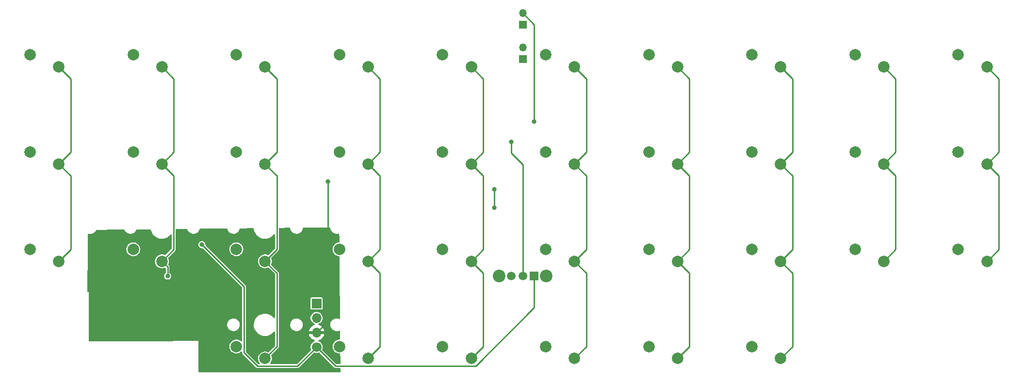
<source format=gbr>
%TF.GenerationSoftware,KiCad,Pcbnew,(6.0.4)*%
%TF.CreationDate,2022-04-26T18:03:51+09:00*%
%TF.ProjectId,hatchet36lp_pcb,68617463-6865-4743-9336-6c705f706362,rev?*%
%TF.SameCoordinates,Original*%
%TF.FileFunction,Copper,L1,Top*%
%TF.FilePolarity,Positive*%
%FSLAX46Y46*%
G04 Gerber Fmt 4.6, Leading zero omitted, Abs format (unit mm)*
G04 Created by KiCad (PCBNEW (6.0.4)) date 2022-04-26 18:03:51*
%MOMM*%
%LPD*%
G01*
G04 APERTURE LIST*
%TA.AperFunction,ComponentPad*%
%ADD10C,2.000000*%
%TD*%
%TA.AperFunction,ComponentPad*%
%ADD11R,1.350000X1.350000*%
%TD*%
%TA.AperFunction,ComponentPad*%
%ADD12O,1.350000X1.350000*%
%TD*%
%TA.AperFunction,ComponentPad*%
%ADD13R,1.700000X1.700000*%
%TD*%
%TA.AperFunction,ComponentPad*%
%ADD14O,1.700000X1.700000*%
%TD*%
%TA.AperFunction,ComponentPad*%
%ADD15C,1.700000*%
%TD*%
%TA.AperFunction,ComponentPad*%
%ADD16C,2.200000*%
%TD*%
%TA.AperFunction,ComponentPad*%
%ADD17R,1.500000X1.500000*%
%TD*%
%TA.AperFunction,ComponentPad*%
%ADD18C,1.500000*%
%TD*%
%TA.AperFunction,ViaPad*%
%ADD19C,0.800000*%
%TD*%
%TA.AperFunction,Conductor*%
%ADD20C,0.250000*%
%TD*%
G04 APERTURE END LIST*
D10*
%TO.P,SW26,1,1*%
%TO.N,/col5*%
X149000000Y-98400000D03*
%TO.P,SW26,2,2*%
%TO.N,Net-(D26-Pad2)*%
X144000000Y-96300000D03*
%TD*%
%TO.P,SW25,1,1*%
%TO.N,/col4*%
X131000000Y-98400000D03*
%TO.P,SW25,2,2*%
%TO.N,Net-(D25-Pad2)*%
X126000000Y-96300000D03*
%TD*%
%TO.P,SW14,1,1*%
%TO.N,/col3*%
X113000000Y-81400000D03*
%TO.P,SW14,2,2*%
%TO.N,Net-(D14-Pad2)*%
X108000000Y-79300000D03*
%TD*%
%TO.P,SW30,1,1*%
%TO.N,/col9*%
X221000000Y-98400000D03*
%TO.P,SW30,2,2*%
%TO.N,Net-(D30-Pad2)*%
X216000000Y-96300000D03*
%TD*%
%TO.P,SW11,1,1*%
%TO.N,/col0*%
X59000000Y-81400000D03*
%TO.P,SW11,2,2*%
%TO.N,Net-(D11-Pad2)*%
X54000000Y-79300000D03*
%TD*%
%TO.P,SW35,1,1*%
%TO.N,/col6*%
X167000000Y-115400000D03*
%TO.P,SW35,2,2*%
%TO.N,Net-(D35-Pad2)*%
X162000000Y-113300000D03*
%TD*%
%TO.P,SW36,1,1*%
%TO.N,/col7*%
X185000000Y-115400000D03*
%TO.P,SW36,2,2*%
%TO.N,Net-(D36-Pad2)*%
X180000000Y-113300000D03*
%TD*%
%TO.P,SW22,1,1*%
%TO.N,/col1*%
X77000000Y-98400000D03*
%TO.P,SW22,2,2*%
%TO.N,Net-(D22-Pad2)*%
X72000000Y-96300000D03*
%TD*%
%TO.P,SW2,1,1*%
%TO.N,/col1*%
X77000000Y-64400000D03*
%TO.P,SW2,2,2*%
%TO.N,Net-(D2-Pad2)*%
X72000000Y-62300000D03*
%TD*%
%TO.P,SW1,1,1*%
%TO.N,/col0*%
X59000000Y-64400000D03*
%TO.P,SW1,2,2*%
%TO.N,Net-(D1-Pad2)*%
X54000000Y-62300000D03*
%TD*%
%TO.P,SW7,1,1*%
%TO.N,/col6*%
X167000000Y-64400000D03*
%TO.P,SW7,2,2*%
%TO.N,Net-(D7-Pad2)*%
X162000000Y-62300000D03*
%TD*%
%TO.P,SW33,1,1*%
%TO.N,/col4*%
X131000000Y-115400000D03*
%TO.P,SW33,2,2*%
%TO.N,Net-(D33-Pad2)*%
X126000000Y-113300000D03*
%TD*%
%TO.P,SW32,1,1*%
%TO.N,/col3*%
X113000000Y-115400000D03*
%TO.P,SW32,2,2*%
%TO.N,Net-(D32-Pad2)*%
X108000000Y-113300000D03*
%TD*%
%TO.P,SW20,1,1*%
%TO.N,/col9*%
X221000000Y-81400000D03*
%TO.P,SW20,2,2*%
%TO.N,Net-(D20-Pad2)*%
X216000000Y-79300000D03*
%TD*%
%TO.P,SW27,1,1*%
%TO.N,/col6*%
X167000000Y-98400000D03*
%TO.P,SW27,2,2*%
%TO.N,Net-(D27-Pad2)*%
X162000000Y-96300000D03*
%TD*%
%TO.P,SW16,1,1*%
%TO.N,/col5*%
X149000000Y-81400000D03*
%TO.P,SW16,2,2*%
%TO.N,Net-(D16-Pad2)*%
X144000000Y-79300000D03*
%TD*%
%TO.P,SW19,1,1*%
%TO.N,/col8*%
X203000000Y-81400000D03*
%TO.P,SW19,2,2*%
%TO.N,Net-(D19-Pad2)*%
X198000000Y-79300000D03*
%TD*%
%TO.P,SW34,1,1*%
%TO.N,/col5*%
X149000000Y-115400000D03*
%TO.P,SW34,2,2*%
%TO.N,Net-(D34-Pad2)*%
X144000000Y-113300000D03*
%TD*%
%TO.P,SW3,1,1*%
%TO.N,/col2*%
X95000000Y-64400000D03*
%TO.P,SW3,2,2*%
%TO.N,Net-(D3-Pad2)*%
X90000000Y-62300000D03*
%TD*%
%TO.P,SW17,1,1*%
%TO.N,/col6*%
X167000000Y-81400000D03*
%TO.P,SW17,2,2*%
%TO.N,Net-(D17-Pad2)*%
X162000000Y-79300000D03*
%TD*%
%TO.P,SW15,1,1*%
%TO.N,/col4*%
X131000000Y-81400000D03*
%TO.P,SW15,2,2*%
%TO.N,Net-(D15-Pad2)*%
X126000000Y-79300000D03*
%TD*%
%TO.P,SW29,1,1*%
%TO.N,/col8*%
X203000000Y-98400000D03*
%TO.P,SW29,2,2*%
%TO.N,Net-(D29-Pad2)*%
X198000000Y-96300000D03*
%TD*%
%TO.P,SW6,1,1*%
%TO.N,/col5*%
X149000000Y-64400000D03*
%TO.P,SW6,2,2*%
%TO.N,Net-(D6-Pad2)*%
X144000000Y-62300000D03*
%TD*%
%TO.P,SW23,1,1*%
%TO.N,/col2*%
X95000000Y-98400000D03*
%TO.P,SW23,2,2*%
%TO.N,Net-(D23-Pad2)*%
X90000000Y-96300000D03*
%TD*%
%TO.P,SW13,1,1*%
%TO.N,/col2*%
X95000000Y-81400000D03*
%TO.P,SW13,2,2*%
%TO.N,Net-(D13-Pad2)*%
X90000000Y-79300000D03*
%TD*%
%TO.P,SW28,1,1*%
%TO.N,/col7*%
X185000000Y-98400000D03*
%TO.P,SW28,2,2*%
%TO.N,Net-(D28-Pad2)*%
X180000000Y-96300000D03*
%TD*%
%TO.P,SW24,1,1*%
%TO.N,/col3*%
X113000000Y-98400000D03*
%TO.P,SW24,2,2*%
%TO.N,Net-(D24-Pad2)*%
X108000000Y-96300000D03*
%TD*%
%TO.P,SW18,1,1*%
%TO.N,/col7*%
X185000000Y-81400000D03*
%TO.P,SW18,2,2*%
%TO.N,Net-(D18-Pad2)*%
X180000000Y-79300000D03*
%TD*%
%TO.P,SW4,1,1*%
%TO.N,/col3*%
X113000000Y-64400000D03*
%TO.P,SW4,2,2*%
%TO.N,Net-(D4-Pad2)*%
X108000000Y-62300000D03*
%TD*%
%TO.P,SW12,1,1*%
%TO.N,/col1*%
X77000000Y-81400000D03*
%TO.P,SW12,2,2*%
%TO.N,Net-(D12-Pad2)*%
X72000000Y-79300000D03*
%TD*%
%TO.P,SW5,1,1*%
%TO.N,/col4*%
X131000000Y-64400000D03*
%TO.P,SW5,2,2*%
%TO.N,Net-(D5-Pad2)*%
X126000000Y-62300000D03*
%TD*%
%TO.P,SW9,1,1*%
%TO.N,/col8*%
X203000000Y-64400000D03*
%TO.P,SW9,2,2*%
%TO.N,Net-(D9-Pad2)*%
X198000000Y-62300000D03*
%TD*%
%TO.P,SW8,1,1*%
%TO.N,/col7*%
X185000000Y-64400000D03*
%TO.P,SW8,2,2*%
%TO.N,Net-(D8-Pad2)*%
X180000000Y-62300000D03*
%TD*%
%TO.P,SW21,1,1*%
%TO.N,/col0*%
X59000000Y-98400000D03*
%TO.P,SW21,2,2*%
%TO.N,Net-(D21-Pad2)*%
X54000000Y-96300000D03*
%TD*%
%TO.P,SW31,1,1*%
%TO.N,/col2*%
X95000000Y-115400000D03*
%TO.P,SW31,2,2*%
%TO.N,Net-(D31-Pad2)*%
X90000000Y-113300000D03*
%TD*%
%TO.P,SW10,1,1*%
%TO.N,/col9*%
X221000000Y-64400000D03*
%TO.P,SW10,2,2*%
%TO.N,Net-(D10-Pad2)*%
X216000000Y-62300000D03*
%TD*%
D11*
%TO.P,J1,1,Pin_1*%
%TO.N,Net-(D37-Pad2)*%
X140000000Y-63000000D03*
D12*
%TO.P,J1,2,Pin_2*%
%TO.N,Net-(J1-Pad2)*%
X140000000Y-61000000D03*
%TD*%
D11*
%TO.P,J2,1,Pin_1*%
%TO.N,Net-(J1-Pad2)*%
X140000000Y-57000000D03*
D12*
%TO.P,J2,2,Pin_2*%
%TO.N,GND*%
X140000000Y-55000000D03*
%TD*%
D13*
%TO.P,J3,1,Pin_1*%
%TO.N,/SWDCLK*%
X104000000Y-105780000D03*
D14*
%TO.P,J3,2,Pin_2*%
%TO.N,/SWDIO*%
X104000000Y-108320000D03*
%TO.P,J3,3,Pin_3*%
%TO.N,GND*%
X104000000Y-110860000D03*
D15*
%TO.P,J3,4,Pin_4*%
%TO.N,VDD*%
X104000000Y-113400000D03*
%TD*%
D16*
%TO.P,SW38,*%
%TO.N,*%
X144100000Y-101002500D03*
X135900000Y-101002500D03*
D17*
%TO.P,SW38,1,A*%
%TO.N,VDD*%
X142000000Y-101002500D03*
D18*
%TO.P,SW38,2,B*%
%TO.N,Net-(C2-Pad1)*%
X140000000Y-101002500D03*
%TO.P,SW38,3,C*%
%TO.N,unconnected-(SW38-Pad3)*%
X138000000Y-101002500D03*
%TD*%
D19*
%TO.N,GND*%
X69800000Y-111100000D03*
X85937212Y-114662788D03*
X106000000Y-84500000D03*
X79900000Y-94600000D03*
X85000000Y-101800000D03*
X69800000Y-100700000D03*
X142000000Y-74000000D03*
%TO.N,VDD*%
X84000000Y-95500000D03*
%TO.N,Net-(C2-Pad1)*%
X138000000Y-77500000D03*
%TO.N,/col1*%
X78000000Y-101000000D03*
%TO.N,Net-(SW37-Pad2)*%
X135000000Y-85850989D03*
X135000000Y-89000000D03*
%TD*%
D20*
%TO.N,GND*%
X106000000Y-84500000D02*
X106000000Y-108860000D01*
X85000000Y-99700000D02*
X85000000Y-101800000D01*
X142000000Y-57000000D02*
X142000000Y-74000000D01*
X140000000Y-55000000D02*
X142000000Y-57000000D01*
X85000000Y-101800000D02*
X85937212Y-102737212D01*
X79900000Y-94600000D02*
X85000000Y-99700000D01*
X69800000Y-100700000D02*
X69800000Y-111100000D01*
X85937212Y-102737212D02*
X85937212Y-114662788D01*
X106000000Y-108860000D02*
X104000000Y-110860000D01*
%TO.N,VDD*%
X131775489Y-116724511D02*
X142000000Y-106500000D01*
X93724512Y-116724511D02*
X100675489Y-116724511D01*
X100675489Y-116724511D02*
X104000000Y-113400000D01*
X104000000Y-113400000D02*
X107324511Y-116724511D01*
X142000000Y-106500000D02*
X142000000Y-101002500D01*
X91324511Y-102824511D02*
X91324511Y-114324510D01*
X107324511Y-116724511D02*
X131775489Y-116724511D01*
X84000000Y-95500000D02*
X91324511Y-102824511D01*
X91324511Y-114324510D02*
X93724512Y-116724511D01*
%TO.N,Net-(C2-Pad1)*%
X140000000Y-81500000D02*
X138000000Y-79500000D01*
X138000000Y-77500000D02*
X138000000Y-79500000D01*
X140000000Y-101002500D02*
X140000000Y-81500000D01*
%TO.N,/col0*%
X61074521Y-66474521D02*
X61074521Y-79325479D01*
X59000000Y-64400000D02*
X61074521Y-66474521D01*
X61074521Y-96325479D02*
X59000000Y-98400000D01*
X61074521Y-83474521D02*
X61074521Y-96325479D01*
X59000000Y-81400000D02*
X61074521Y-83474521D01*
X61074521Y-79325479D02*
X59000000Y-81400000D01*
%TO.N,/col1*%
X79074521Y-83474521D02*
X79074521Y-96325479D01*
X77000000Y-64400000D02*
X79074521Y-66474521D01*
X79074521Y-79325479D02*
X77000000Y-81400000D01*
X79074521Y-66474521D02*
X79074521Y-79325479D01*
X78000000Y-99400000D02*
X77000000Y-98400000D01*
X77000000Y-81400000D02*
X79074521Y-83474521D01*
X79074521Y-96325479D02*
X77000000Y-98400000D01*
X78000000Y-101000000D02*
X78000000Y-99400000D01*
%TO.N,/col2*%
X97074521Y-96325479D02*
X95000000Y-98400000D01*
X95000000Y-98400000D02*
X97074521Y-100474521D01*
X97074521Y-83474521D02*
X97074521Y-96325479D01*
X97074521Y-79325479D02*
X95000000Y-81400000D01*
X95000000Y-64400000D02*
X97074521Y-66474521D01*
X97074521Y-66474521D02*
X97074521Y-79325479D01*
X97074521Y-100474521D02*
X97074521Y-113325479D01*
X95000000Y-81400000D02*
X97074521Y-83474521D01*
X97074521Y-113325479D02*
X95000000Y-115400000D01*
%TO.N,/col3*%
X115074521Y-100474521D02*
X115074521Y-113325479D01*
X115074521Y-79325479D02*
X113000000Y-81400000D01*
X115074521Y-96325479D02*
X113000000Y-98400000D01*
X115074521Y-83474521D02*
X115074521Y-96325479D01*
X113000000Y-64400000D02*
X115074521Y-66474521D01*
X113000000Y-98400000D02*
X115074521Y-100474521D01*
X113000000Y-81400000D02*
X115074521Y-83474521D01*
X115074521Y-113325479D02*
X113000000Y-115400000D01*
X115074521Y-66474521D02*
X115074521Y-79325479D01*
%TO.N,/col4*%
X133074521Y-83474521D02*
X133074521Y-96325479D01*
X133074521Y-100474521D02*
X133074521Y-113325479D01*
X133074521Y-79325479D02*
X131000000Y-81400000D01*
X133074521Y-96325479D02*
X131000000Y-98400000D01*
X133074521Y-113325479D02*
X131000000Y-115400000D01*
X131000000Y-64400000D02*
X133074521Y-66474521D01*
X131000000Y-81400000D02*
X133074521Y-83474521D01*
X131000000Y-98400000D02*
X133074521Y-100474521D01*
X133074521Y-66474521D02*
X133074521Y-79325479D01*
%TO.N,/col5*%
X151074521Y-113325479D02*
X149000000Y-115400000D01*
X151074521Y-96325479D02*
X149000000Y-98400000D01*
X151074521Y-100474521D02*
X151074521Y-113325479D01*
X149000000Y-64400000D02*
X151074521Y-66474521D01*
X151074521Y-83474521D02*
X151074521Y-96325479D01*
X151074521Y-79325479D02*
X149000000Y-81400000D01*
X151074521Y-66474521D02*
X151074521Y-79325479D01*
X149000000Y-81400000D02*
X151074521Y-83474521D01*
X149000000Y-98400000D02*
X151074521Y-100474521D01*
%TO.N,/col6*%
X169074521Y-83474521D02*
X169074521Y-96325479D01*
X169074521Y-113325479D02*
X167000000Y-115400000D01*
X169074521Y-100474521D02*
X169074521Y-113325479D01*
X169074521Y-66474521D02*
X169074521Y-79325479D01*
X167000000Y-81400000D02*
X169074521Y-83474521D01*
X167000000Y-98400000D02*
X169074521Y-100474521D01*
X169074521Y-79325479D02*
X167000000Y-81400000D01*
X169074521Y-96325479D02*
X167000000Y-98400000D01*
X167000000Y-64400000D02*
X169074521Y-66474521D01*
%TO.N,/col7*%
X187074521Y-83474521D02*
X187074521Y-96325479D01*
X185000000Y-98400000D02*
X187074521Y-100474521D01*
X187074521Y-79325479D02*
X185000000Y-81400000D01*
X185000000Y-64400000D02*
X187074521Y-66474521D01*
X187074521Y-96325479D02*
X185000000Y-98400000D01*
X187074521Y-113325479D02*
X185000000Y-115400000D01*
X187074521Y-66474521D02*
X187074521Y-79325479D01*
X185000000Y-81400000D02*
X187074521Y-83474521D01*
X187074521Y-100474521D02*
X187074521Y-113325479D01*
%TO.N,/col8*%
X205074521Y-79325479D02*
X203000000Y-81400000D01*
X205074521Y-96325479D02*
X203000000Y-98400000D01*
X205074521Y-83474521D02*
X205074521Y-96325479D01*
X205074521Y-66474521D02*
X205074521Y-79325479D01*
X203000000Y-64400000D02*
X205074521Y-66474521D01*
X203000000Y-81400000D02*
X205074521Y-83474521D01*
%TO.N,/col9*%
X223074521Y-79325479D02*
X221000000Y-81400000D01*
X221000000Y-81400000D02*
X223074521Y-83474521D01*
X221000000Y-64400000D02*
X223074521Y-66474521D01*
X223074521Y-66474521D02*
X223074521Y-79325479D01*
X223074521Y-96325479D02*
X221000000Y-98400000D01*
X223074521Y-83474521D02*
X223074521Y-96325479D01*
%TO.N,Net-(SW37-Pad2)*%
X135000000Y-89000000D02*
X135000000Y-85850989D01*
%TD*%
%TA.AperFunction,Conductor*%
%TO.N,GND*%
G36*
X93000578Y-92635978D02*
G01*
X93047653Y-92689125D01*
X93059425Y-92735785D01*
X93059692Y-92740631D01*
X93059693Y-92740642D01*
X93059938Y-92745087D01*
X93113825Y-93015999D01*
X93205347Y-93276616D01*
X93332678Y-93521737D01*
X93335261Y-93525352D01*
X93335265Y-93525358D01*
X93444166Y-93677750D01*
X93493275Y-93746471D01*
X93683936Y-93946335D01*
X93687431Y-93949091D01*
X93687433Y-93949092D01*
X93735469Y-93986960D01*
X93900856Y-94117341D01*
X93962559Y-94153181D01*
X94135853Y-94253839D01*
X94135859Y-94253842D01*
X94139707Y-94256077D01*
X94395723Y-94359774D01*
X94400036Y-94360845D01*
X94400041Y-94360847D01*
X94659475Y-94425291D01*
X94659480Y-94425292D01*
X94663796Y-94426364D01*
X94668224Y-94426818D01*
X94668226Y-94426818D01*
X94743339Y-94434514D01*
X94899370Y-94450500D01*
X95070362Y-94450500D01*
X95275530Y-94435973D01*
X95279885Y-94435035D01*
X95279888Y-94435035D01*
X95541215Y-94378773D01*
X95541217Y-94378773D01*
X95545562Y-94377837D01*
X95804709Y-94282233D01*
X95853185Y-94256077D01*
X96043884Y-94153181D01*
X96047800Y-94151068D01*
X96269984Y-93986960D01*
X96466829Y-93793183D01*
X96522858Y-93719767D01*
X96580086Y-93677750D01*
X96650946Y-93673342D01*
X96712939Y-93707944D01*
X96746385Y-93770569D01*
X96749021Y-93796209D01*
X96749021Y-96138463D01*
X96729019Y-96206584D01*
X96712116Y-96227558D01*
X95653620Y-97286054D01*
X95591308Y-97320080D01*
X95517836Y-97313989D01*
X95342421Y-97244006D01*
X95336761Y-97242880D01*
X95336757Y-97242879D01*
X95131691Y-97202089D01*
X95131688Y-97202089D01*
X95126024Y-97200962D01*
X95120249Y-97200886D01*
X95120245Y-97200886D01*
X95009504Y-97199437D01*
X94905406Y-97198074D01*
X94899709Y-97199053D01*
X94899708Y-97199053D01*
X94693654Y-97234459D01*
X94693653Y-97234459D01*
X94687957Y-97235438D01*
X94480957Y-97311804D01*
X94291341Y-97424614D01*
X94125457Y-97570090D01*
X93988863Y-97743360D01*
X93886131Y-97938620D01*
X93820703Y-98149333D01*
X93794770Y-98368440D01*
X93809200Y-98588604D01*
X93810621Y-98594200D01*
X93810622Y-98594205D01*
X93862090Y-98796857D01*
X93863511Y-98802452D01*
X93865928Y-98807694D01*
X93865928Y-98807695D01*
X93904046Y-98890379D01*
X93955883Y-99002821D01*
X94083222Y-99183002D01*
X94241264Y-99336961D01*
X94246060Y-99340166D01*
X94246063Y-99340168D01*
X94365107Y-99419710D01*
X94424717Y-99459540D01*
X94430020Y-99461818D01*
X94430023Y-99461820D01*
X94553226Y-99514752D01*
X94627436Y-99546635D01*
X94707088Y-99564658D01*
X94836995Y-99594054D01*
X94837001Y-99594055D01*
X94842632Y-99595329D01*
X94848403Y-99595556D01*
X94848405Y-99595556D01*
X94916211Y-99598220D01*
X95063098Y-99603991D01*
X95172275Y-99588161D01*
X95275738Y-99573160D01*
X95275743Y-99573159D01*
X95281452Y-99572331D01*
X95286916Y-99570476D01*
X95286921Y-99570475D01*
X95484907Y-99503268D01*
X95484912Y-99503266D01*
X95490379Y-99501410D01*
X95503765Y-99493913D01*
X95572970Y-99478079D01*
X95639753Y-99502174D01*
X95654426Y-99514752D01*
X96712116Y-100572442D01*
X96746142Y-100634754D01*
X96749021Y-100661537D01*
X96749021Y-108199556D01*
X96729019Y-108267677D01*
X96675363Y-108314170D01*
X96605089Y-108324274D01*
X96540509Y-108294780D01*
X96520506Y-108272813D01*
X96509318Y-108257156D01*
X96509310Y-108257146D01*
X96506725Y-108253529D01*
X96360773Y-108100532D01*
X96319136Y-108056885D01*
X96319134Y-108056883D01*
X96316064Y-108053665D01*
X96312567Y-108050908D01*
X96102639Y-107885414D01*
X96102637Y-107885413D01*
X96099144Y-107882659D01*
X95986609Y-107817294D01*
X95864147Y-107746161D01*
X95864141Y-107746158D01*
X95860293Y-107743923D01*
X95604277Y-107640226D01*
X95599964Y-107639155D01*
X95599959Y-107639153D01*
X95340525Y-107574709D01*
X95340520Y-107574708D01*
X95336204Y-107573636D01*
X95331776Y-107573182D01*
X95331774Y-107573182D01*
X95251573Y-107564965D01*
X95100630Y-107549500D01*
X94929638Y-107549500D01*
X94724470Y-107564027D01*
X94720115Y-107564965D01*
X94720112Y-107564965D01*
X94458785Y-107621227D01*
X94458783Y-107621227D01*
X94454438Y-107622163D01*
X94195291Y-107717767D01*
X94191373Y-107719881D01*
X94142668Y-107746161D01*
X93952200Y-107848932D01*
X93730016Y-108013040D01*
X93533171Y-108206817D01*
X93365594Y-108426396D01*
X93363416Y-108430285D01*
X93286875Y-108566959D01*
X93230627Y-108667396D01*
X93229023Y-108671541D01*
X93229022Y-108671544D01*
X93173798Y-108814290D01*
X93130964Y-108925009D01*
X93129961Y-108929334D01*
X93129960Y-108929339D01*
X93105561Y-109034603D01*
X93068593Y-109194095D01*
X93044759Y-109469285D01*
X93045003Y-109473720D01*
X93045003Y-109473724D01*
X93059010Y-109728222D01*
X93059938Y-109745087D01*
X93113825Y-110015999D01*
X93205347Y-110276616D01*
X93332678Y-110521737D01*
X93335261Y-110525352D01*
X93335265Y-110525358D01*
X93441016Y-110673342D01*
X93493275Y-110746471D01*
X93683936Y-110946335D01*
X93687431Y-110949091D01*
X93687433Y-110949092D01*
X93735469Y-110986960D01*
X93900856Y-111117341D01*
X93962559Y-111153181D01*
X94135853Y-111253839D01*
X94135859Y-111253842D01*
X94139707Y-111256077D01*
X94208088Y-111283774D01*
X94388065Y-111356672D01*
X94395723Y-111359774D01*
X94400036Y-111360845D01*
X94400041Y-111360847D01*
X94659475Y-111425291D01*
X94659480Y-111425292D01*
X94663796Y-111426364D01*
X94668224Y-111426818D01*
X94668226Y-111426818D01*
X94743339Y-111434514D01*
X94899370Y-111450500D01*
X95070362Y-111450500D01*
X95275530Y-111435973D01*
X95279885Y-111435035D01*
X95279888Y-111435035D01*
X95541215Y-111378773D01*
X95541217Y-111378773D01*
X95545562Y-111377837D01*
X95804709Y-111282233D01*
X95853185Y-111256077D01*
X96043884Y-111153181D01*
X96047800Y-111151068D01*
X96269984Y-110986960D01*
X96466829Y-110793183D01*
X96522858Y-110719767D01*
X96580086Y-110677750D01*
X96650946Y-110673342D01*
X96712939Y-110707944D01*
X96746385Y-110770569D01*
X96749021Y-110796209D01*
X96749021Y-113138463D01*
X96729019Y-113206584D01*
X96712116Y-113227558D01*
X95653620Y-114286054D01*
X95591308Y-114320080D01*
X95517836Y-114313989D01*
X95342421Y-114244006D01*
X95336761Y-114242880D01*
X95336757Y-114242879D01*
X95131691Y-114202089D01*
X95131688Y-114202089D01*
X95126024Y-114200962D01*
X95120249Y-114200886D01*
X95120245Y-114200886D01*
X95009504Y-114199437D01*
X94905406Y-114198074D01*
X94899709Y-114199053D01*
X94899708Y-114199053D01*
X94693654Y-114234459D01*
X94693653Y-114234459D01*
X94687957Y-114235438D01*
X94480957Y-114311804D01*
X94475996Y-114314756D01*
X94475995Y-114314756D01*
X94330690Y-114401204D01*
X94291341Y-114424614D01*
X94125457Y-114570090D01*
X93988863Y-114743360D01*
X93886131Y-114938620D01*
X93820703Y-115149333D01*
X93794770Y-115368440D01*
X93809200Y-115588604D01*
X93810621Y-115594200D01*
X93810622Y-115594205D01*
X93862090Y-115796857D01*
X93863511Y-115802452D01*
X93865928Y-115807694D01*
X93865928Y-115807695D01*
X93904046Y-115890379D01*
X93955883Y-116002821D01*
X94083222Y-116183002D01*
X94087363Y-116187036D01*
X94090903Y-116191181D01*
X94119933Y-116255971D01*
X94109328Y-116326171D01*
X94062452Y-116379493D01*
X93995091Y-116399011D01*
X93911528Y-116399011D01*
X93843407Y-116379009D01*
X93822433Y-116362106D01*
X91686916Y-114226589D01*
X91652890Y-114164277D01*
X91650011Y-114137494D01*
X91650011Y-102844221D01*
X91650491Y-102833239D01*
X91652814Y-102806691D01*
X91652814Y-102806689D01*
X91653775Y-102795704D01*
X91644019Y-102759296D01*
X91641641Y-102748569D01*
X91641049Y-102745210D01*
X91635099Y-102711466D01*
X91629588Y-102701921D01*
X91628396Y-102698645D01*
X91626919Y-102695477D01*
X91624065Y-102684827D01*
X91602456Y-102653967D01*
X91596550Y-102644696D01*
X91583218Y-102621605D01*
X91577705Y-102612056D01*
X91548828Y-102587826D01*
X91540726Y-102580400D01*
X85228766Y-96268440D01*
X88794770Y-96268440D01*
X88809200Y-96488604D01*
X88810621Y-96494200D01*
X88810622Y-96494205D01*
X88862090Y-96696857D01*
X88863511Y-96702452D01*
X88865928Y-96707694D01*
X88865928Y-96707695D01*
X88904046Y-96790379D01*
X88955883Y-96902821D01*
X89083222Y-97083002D01*
X89241264Y-97236961D01*
X89246060Y-97240166D01*
X89246063Y-97240168D01*
X89353275Y-97311804D01*
X89424717Y-97359540D01*
X89430020Y-97361818D01*
X89430023Y-97361820D01*
X89622129Y-97444355D01*
X89627436Y-97446635D01*
X89707088Y-97464658D01*
X89836995Y-97494054D01*
X89837001Y-97494055D01*
X89842632Y-97495329D01*
X89848403Y-97495556D01*
X89848405Y-97495556D01*
X89916211Y-97498220D01*
X90063098Y-97503991D01*
X90172275Y-97488161D01*
X90275738Y-97473160D01*
X90275743Y-97473159D01*
X90281452Y-97472331D01*
X90286916Y-97470476D01*
X90286921Y-97470475D01*
X90484907Y-97403268D01*
X90484912Y-97403266D01*
X90490379Y-97401410D01*
X90682884Y-97293602D01*
X90691960Y-97286054D01*
X90848086Y-97156204D01*
X90852518Y-97152518D01*
X90993602Y-96982884D01*
X91101410Y-96790379D01*
X91103266Y-96784912D01*
X91103268Y-96784907D01*
X91170475Y-96586921D01*
X91170476Y-96586916D01*
X91172331Y-96581452D01*
X91173159Y-96575743D01*
X91173160Y-96575738D01*
X91203458Y-96366772D01*
X91203991Y-96363098D01*
X91205643Y-96300000D01*
X91185454Y-96080289D01*
X91170622Y-96027696D01*
X91127134Y-95873500D01*
X91125565Y-95867936D01*
X91027980Y-95670053D01*
X90996911Y-95628446D01*
X90899420Y-95497891D01*
X90899420Y-95497890D01*
X90895967Y-95493267D01*
X90798586Y-95403249D01*
X90738189Y-95347418D01*
X90738186Y-95347416D01*
X90733949Y-95343499D01*
X90547350Y-95225764D01*
X90342421Y-95144006D01*
X90336761Y-95142880D01*
X90336757Y-95142879D01*
X90131691Y-95102089D01*
X90131688Y-95102089D01*
X90126024Y-95100962D01*
X90120249Y-95100886D01*
X90120245Y-95100886D01*
X90009504Y-95099437D01*
X89905406Y-95098074D01*
X89899709Y-95099053D01*
X89899708Y-95099053D01*
X89693654Y-95134459D01*
X89693653Y-95134459D01*
X89687957Y-95135438D01*
X89480957Y-95211804D01*
X89291341Y-95324614D01*
X89125457Y-95470090D01*
X88988863Y-95643360D01*
X88886131Y-95838620D01*
X88820703Y-96049333D01*
X88794770Y-96268440D01*
X85228766Y-96268440D01*
X84632709Y-95672383D01*
X84598683Y-95610071D01*
X84596882Y-95566842D01*
X84604604Y-95508188D01*
X84605682Y-95500000D01*
X84585044Y-95343238D01*
X84524536Y-95197159D01*
X84428282Y-95071718D01*
X84302841Y-94975464D01*
X84156762Y-94914956D01*
X84000000Y-94894318D01*
X83843238Y-94914956D01*
X83697159Y-94975464D01*
X83571718Y-95071718D01*
X83475464Y-95197159D01*
X83414956Y-95343238D01*
X83394318Y-95500000D01*
X83414956Y-95656762D01*
X83475464Y-95802841D01*
X83571718Y-95928282D01*
X83697159Y-96024536D01*
X83843238Y-96085044D01*
X84000000Y-96105682D01*
X84066843Y-96096882D01*
X84136990Y-96107821D01*
X84172383Y-96132709D01*
X90962106Y-102922432D01*
X90996132Y-102984744D01*
X90999011Y-103011527D01*
X90999011Y-112300459D01*
X90979009Y-112368580D01*
X90925353Y-112415073D01*
X90855079Y-112425177D01*
X90787482Y-112392984D01*
X90738189Y-112347418D01*
X90738186Y-112347416D01*
X90733949Y-112343499D01*
X90547350Y-112225764D01*
X90342421Y-112144006D01*
X90336761Y-112142880D01*
X90336757Y-112142879D01*
X90131691Y-112102089D01*
X90131688Y-112102089D01*
X90126024Y-112100962D01*
X90120249Y-112100886D01*
X90120245Y-112100886D01*
X90009504Y-112099437D01*
X89905406Y-112098074D01*
X89899709Y-112099053D01*
X89899708Y-112099053D01*
X89693654Y-112134459D01*
X89693653Y-112134459D01*
X89687957Y-112135438D01*
X89480957Y-112211804D01*
X89475996Y-112214756D01*
X89475995Y-112214756D01*
X89316228Y-112309808D01*
X89291341Y-112324614D01*
X89125457Y-112470090D01*
X88988863Y-112643360D01*
X88886131Y-112838620D01*
X88820703Y-113049333D01*
X88794770Y-113268440D01*
X88809200Y-113488604D01*
X88810621Y-113494200D01*
X88810622Y-113494205D01*
X88833532Y-113584411D01*
X88863511Y-113702452D01*
X88955883Y-113902821D01*
X89083222Y-114083002D01*
X89241264Y-114236961D01*
X89246060Y-114240166D01*
X89246063Y-114240168D01*
X89351018Y-114310296D01*
X89424717Y-114359540D01*
X89430020Y-114361818D01*
X89430023Y-114361820D01*
X89622129Y-114444355D01*
X89627436Y-114446635D01*
X89705035Y-114464194D01*
X89836995Y-114494054D01*
X89837001Y-114494055D01*
X89842632Y-114495329D01*
X89848403Y-114495556D01*
X89848405Y-114495556D01*
X89916211Y-114498220D01*
X90063098Y-114503991D01*
X90172275Y-114488161D01*
X90275738Y-114473160D01*
X90275743Y-114473159D01*
X90281452Y-114472331D01*
X90286916Y-114470476D01*
X90286921Y-114470475D01*
X90484907Y-114403268D01*
X90484912Y-114403266D01*
X90490379Y-114401410D01*
X90501763Y-114395035D01*
X90606361Y-114336457D01*
X90682884Y-114293602D01*
X90691960Y-114286054D01*
X90792441Y-114202484D01*
X90857606Y-114174303D01*
X90927661Y-114185827D01*
X90980365Y-114233395D01*
X90999011Y-114299358D01*
X90999011Y-114304800D01*
X90998531Y-114315782D01*
X90995247Y-114353317D01*
X91005002Y-114389720D01*
X91007381Y-114400452D01*
X91013923Y-114437555D01*
X91019434Y-114447100D01*
X91020626Y-114450376D01*
X91022103Y-114453544D01*
X91024957Y-114464194D01*
X91031281Y-114473225D01*
X91046566Y-114495054D01*
X91052472Y-114504325D01*
X91064275Y-114524767D01*
X91071317Y-114536965D01*
X91079762Y-114544051D01*
X91100193Y-114561195D01*
X91108296Y-114568621D01*
X93480401Y-116940726D01*
X93487827Y-116948829D01*
X93512057Y-116977705D01*
X93521606Y-116983218D01*
X93544697Y-116996550D01*
X93553968Y-117002456D01*
X93584828Y-117024065D01*
X93595478Y-117026919D01*
X93598646Y-117028396D01*
X93601922Y-117029588D01*
X93611467Y-117035099D01*
X93645211Y-117041049D01*
X93648570Y-117041641D01*
X93659297Y-117044019D01*
X93695705Y-117053775D01*
X93706690Y-117052814D01*
X93706692Y-117052814D01*
X93733240Y-117050491D01*
X93744222Y-117050011D01*
X100655779Y-117050011D01*
X100666761Y-117050491D01*
X100693309Y-117052814D01*
X100693311Y-117052814D01*
X100704296Y-117053775D01*
X100740704Y-117044019D01*
X100751431Y-117041641D01*
X100754790Y-117041049D01*
X100788534Y-117035099D01*
X100798079Y-117029588D01*
X100801355Y-117028396D01*
X100804523Y-117026919D01*
X100815173Y-117024065D01*
X100846033Y-117002456D01*
X100855304Y-116996550D01*
X100878395Y-116983218D01*
X100887944Y-116977705D01*
X100912174Y-116948828D01*
X100919600Y-116940726D01*
X103459122Y-114401204D01*
X103521434Y-114367178D01*
X103587151Y-114370466D01*
X103773329Y-114430959D01*
X103977894Y-114455351D01*
X103984029Y-114454879D01*
X103984031Y-114454879D01*
X104042550Y-114450376D01*
X104183300Y-114439546D01*
X104189230Y-114437890D01*
X104189232Y-114437890D01*
X104354841Y-114391651D01*
X104381725Y-114384145D01*
X104387221Y-114381369D01*
X104394722Y-114377580D01*
X104464544Y-114364721D01*
X104530235Y-114391651D01*
X104540626Y-114400952D01*
X107080400Y-116940726D01*
X107087826Y-116948829D01*
X107112056Y-116977705D01*
X107121605Y-116983218D01*
X107144696Y-116996550D01*
X107153967Y-117002456D01*
X107184827Y-117024065D01*
X107195477Y-117026919D01*
X107198645Y-117028396D01*
X107201921Y-117029588D01*
X107211466Y-117035099D01*
X107245210Y-117041049D01*
X107248569Y-117041641D01*
X107259296Y-117044019D01*
X107295704Y-117053775D01*
X107306680Y-117052815D01*
X107306683Y-117052815D01*
X107333254Y-117050490D01*
X107344235Y-117050011D01*
X108030851Y-117050011D01*
X108098972Y-117070013D01*
X108145465Y-117123669D01*
X108156846Y-117174986D01*
X108160878Y-117671978D01*
X108141429Y-117740259D01*
X108088152Y-117787185D01*
X108034882Y-117799000D01*
X83533885Y-117799000D01*
X83465764Y-117778998D01*
X83419271Y-117725342D01*
X83407885Y-117672972D01*
X83409049Y-112364014D01*
X83409053Y-112345897D01*
X74481433Y-112387963D01*
X64327594Y-112435807D01*
X64259379Y-112416126D01*
X64212634Y-112362690D01*
X64201000Y-112309808D01*
X64201000Y-109445996D01*
X88395814Y-109445996D01*
X88405523Y-109655767D01*
X88406927Y-109661592D01*
X88406927Y-109661593D01*
X88431084Y-109761826D01*
X88454724Y-109859918D01*
X88457206Y-109865376D01*
X88457207Y-109865380D01*
X88500320Y-109960201D01*
X88541640Y-110051081D01*
X88663137Y-110222360D01*
X88814831Y-110367575D01*
X88819866Y-110370826D01*
X88986209Y-110478233D01*
X88986212Y-110478234D01*
X88991246Y-110481485D01*
X88996809Y-110483727D01*
X89180455Y-110557739D01*
X89180458Y-110557740D01*
X89186019Y-110559981D01*
X89191900Y-110561129D01*
X89191905Y-110561131D01*
X89387676Y-110599362D01*
X89387679Y-110599362D01*
X89392122Y-110600230D01*
X89397643Y-110600500D01*
X89552469Y-110600500D01*
X89709046Y-110585561D01*
X89714802Y-110583872D01*
X89714804Y-110583872D01*
X89803883Y-110557739D01*
X89910549Y-110526447D01*
X90010947Y-110474739D01*
X90091908Y-110433041D01*
X90091911Y-110433039D01*
X90097239Y-110430295D01*
X90148787Y-110389804D01*
X90257662Y-110304282D01*
X90257667Y-110304278D01*
X90262379Y-110300576D01*
X90283171Y-110276616D01*
X90396079Y-110146502D01*
X90396083Y-110146497D01*
X90400010Y-110141971D01*
X90505166Y-109960201D01*
X90574053Y-109761826D01*
X90577124Y-109740644D01*
X90603325Y-109559944D01*
X90603325Y-109559941D01*
X90604186Y-109554004D01*
X90594477Y-109344233D01*
X90545276Y-109140082D01*
X90502258Y-109045467D01*
X90460840Y-108954374D01*
X90458360Y-108948919D01*
X90336863Y-108777640D01*
X90185169Y-108632425D01*
X90088033Y-108569705D01*
X90013791Y-108521767D01*
X90013788Y-108521766D01*
X90008754Y-108518515D01*
X89973758Y-108504411D01*
X89819545Y-108442261D01*
X89819542Y-108442260D01*
X89813981Y-108440019D01*
X89808100Y-108438871D01*
X89808095Y-108438869D01*
X89612324Y-108400638D01*
X89612321Y-108400638D01*
X89607878Y-108399770D01*
X89602357Y-108399500D01*
X89447531Y-108399500D01*
X89290954Y-108414439D01*
X89285198Y-108416128D01*
X89285196Y-108416128D01*
X89250196Y-108426396D01*
X89089451Y-108473553D01*
X89006505Y-108516273D01*
X88908092Y-108566959D01*
X88908089Y-108566961D01*
X88902761Y-108569705D01*
X88898046Y-108573409D01*
X88742338Y-108695718D01*
X88742333Y-108695722D01*
X88737621Y-108699424D01*
X88733690Y-108703954D01*
X88733689Y-108703955D01*
X88603921Y-108853498D01*
X88603917Y-108853503D01*
X88599990Y-108858029D01*
X88494834Y-109039799D01*
X88492866Y-109045467D01*
X88436610Y-109207469D01*
X88425947Y-109238174D01*
X88425086Y-109244109D01*
X88425086Y-109244111D01*
X88409701Y-109350223D01*
X88395814Y-109445996D01*
X64201000Y-109445996D01*
X64201000Y-103800198D01*
X64201082Y-103800000D01*
X64200765Y-103799235D01*
X64200198Y-103799000D01*
X64200000Y-103798918D01*
X64199802Y-103799000D01*
X64090152Y-103799000D01*
X64022031Y-103778998D01*
X63975538Y-103725342D01*
X63964158Y-103671726D01*
X64039025Y-96268440D01*
X70794770Y-96268440D01*
X70809200Y-96488604D01*
X70810621Y-96494200D01*
X70810622Y-96494205D01*
X70862090Y-96696857D01*
X70863511Y-96702452D01*
X70865928Y-96707694D01*
X70865928Y-96707695D01*
X70904046Y-96790379D01*
X70955883Y-96902821D01*
X71083222Y-97083002D01*
X71241264Y-97236961D01*
X71246060Y-97240166D01*
X71246063Y-97240168D01*
X71353275Y-97311804D01*
X71424717Y-97359540D01*
X71430020Y-97361818D01*
X71430023Y-97361820D01*
X71622129Y-97444355D01*
X71627436Y-97446635D01*
X71707088Y-97464658D01*
X71836995Y-97494054D01*
X71837001Y-97494055D01*
X71842632Y-97495329D01*
X71848403Y-97495556D01*
X71848405Y-97495556D01*
X71916211Y-97498220D01*
X72063098Y-97503991D01*
X72172275Y-97488161D01*
X72275738Y-97473160D01*
X72275743Y-97473159D01*
X72281452Y-97472331D01*
X72286916Y-97470476D01*
X72286921Y-97470475D01*
X72484907Y-97403268D01*
X72484912Y-97403266D01*
X72490379Y-97401410D01*
X72682884Y-97293602D01*
X72691960Y-97286054D01*
X72848086Y-97156204D01*
X72852518Y-97152518D01*
X72993602Y-96982884D01*
X73101410Y-96790379D01*
X73103266Y-96784912D01*
X73103268Y-96784907D01*
X73170475Y-96586921D01*
X73170476Y-96586916D01*
X73172331Y-96581452D01*
X73173159Y-96575743D01*
X73173160Y-96575738D01*
X73203458Y-96366772D01*
X73203991Y-96363098D01*
X73205643Y-96300000D01*
X73185454Y-96080289D01*
X73170622Y-96027696D01*
X73127134Y-95873500D01*
X73125565Y-95867936D01*
X73027980Y-95670053D01*
X72996911Y-95628446D01*
X72899420Y-95497891D01*
X72899420Y-95497890D01*
X72895967Y-95493267D01*
X72798586Y-95403249D01*
X72738189Y-95347418D01*
X72738186Y-95347416D01*
X72733949Y-95343499D01*
X72547350Y-95225764D01*
X72342421Y-95144006D01*
X72336761Y-95142880D01*
X72336757Y-95142879D01*
X72131691Y-95102089D01*
X72131688Y-95102089D01*
X72126024Y-95100962D01*
X72120249Y-95100886D01*
X72120245Y-95100886D01*
X72009504Y-95099437D01*
X71905406Y-95098074D01*
X71899709Y-95099053D01*
X71899708Y-95099053D01*
X71693654Y-95134459D01*
X71693653Y-95134459D01*
X71687957Y-95135438D01*
X71480957Y-95211804D01*
X71291341Y-95324614D01*
X71125457Y-95470090D01*
X70988863Y-95643360D01*
X70886131Y-95838620D01*
X70820703Y-96049333D01*
X70794770Y-96268440D01*
X64039025Y-96268440D01*
X64065119Y-93688081D01*
X64085809Y-93620167D01*
X64139932Y-93574219D01*
X64215263Y-93565692D01*
X64387676Y-93599362D01*
X64387679Y-93599362D01*
X64392122Y-93600230D01*
X64397643Y-93600500D01*
X64552469Y-93600500D01*
X64709046Y-93585561D01*
X64714802Y-93583872D01*
X64714804Y-93583872D01*
X64804783Y-93557475D01*
X64910549Y-93526447D01*
X65010947Y-93474739D01*
X65091908Y-93433041D01*
X65091911Y-93433039D01*
X65097239Y-93430295D01*
X65175341Y-93368945D01*
X65257662Y-93304282D01*
X65257667Y-93304278D01*
X65262379Y-93300576D01*
X65283171Y-93276616D01*
X65396079Y-93146502D01*
X65396083Y-93146497D01*
X65400010Y-93141971D01*
X65495284Y-92977283D01*
X65546709Y-92928334D01*
X65602976Y-92914385D01*
X69261108Y-92874541D01*
X70373366Y-92862426D01*
X70441699Y-92881685D01*
X70489438Y-92936268D01*
X70541640Y-93051081D01*
X70663137Y-93222360D01*
X70814831Y-93367575D01*
X70819866Y-93370826D01*
X70986209Y-93478233D01*
X70986212Y-93478234D01*
X70991246Y-93481485D01*
X70996809Y-93483727D01*
X71180455Y-93557739D01*
X71180458Y-93557740D01*
X71186019Y-93559981D01*
X71191900Y-93561129D01*
X71191905Y-93561131D01*
X71387676Y-93599362D01*
X71387679Y-93599362D01*
X71392122Y-93600230D01*
X71397643Y-93600500D01*
X71552469Y-93600500D01*
X71709046Y-93585561D01*
X71714802Y-93583872D01*
X71714804Y-93583872D01*
X71804783Y-93557475D01*
X71910549Y-93526447D01*
X72010947Y-93474739D01*
X72091908Y-93433041D01*
X72091911Y-93433039D01*
X72097239Y-93430295D01*
X72175341Y-93368945D01*
X72257662Y-93304282D01*
X72257667Y-93304278D01*
X72262379Y-93300576D01*
X72283171Y-93276616D01*
X72396079Y-93146502D01*
X72396083Y-93146497D01*
X72400010Y-93141971D01*
X72505166Y-92960201D01*
X72507134Y-92954533D01*
X72507137Y-92954527D01*
X72518279Y-92922442D01*
X72559521Y-92864653D01*
X72625459Y-92838334D01*
X72635934Y-92837783D01*
X74968543Y-92812377D01*
X75036877Y-92831636D01*
X75083952Y-92884783D01*
X75093494Y-92913788D01*
X75097966Y-92936268D01*
X75113825Y-93015999D01*
X75205347Y-93276616D01*
X75332678Y-93521737D01*
X75335261Y-93525352D01*
X75335265Y-93525358D01*
X75444166Y-93677750D01*
X75493275Y-93746471D01*
X75683936Y-93946335D01*
X75687431Y-93949091D01*
X75687433Y-93949092D01*
X75735469Y-93986960D01*
X75900856Y-94117341D01*
X75962559Y-94153181D01*
X76135853Y-94253839D01*
X76135859Y-94253842D01*
X76139707Y-94256077D01*
X76395723Y-94359774D01*
X76400036Y-94360845D01*
X76400041Y-94360847D01*
X76659475Y-94425291D01*
X76659480Y-94425292D01*
X76663796Y-94426364D01*
X76668224Y-94426818D01*
X76668226Y-94426818D01*
X76743339Y-94434514D01*
X76899370Y-94450500D01*
X77070362Y-94450500D01*
X77275530Y-94435973D01*
X77279885Y-94435035D01*
X77279888Y-94435035D01*
X77541215Y-94378773D01*
X77541217Y-94378773D01*
X77545562Y-94377837D01*
X77804709Y-94282233D01*
X77853185Y-94256077D01*
X78043884Y-94153181D01*
X78047800Y-94151068D01*
X78269984Y-93986960D01*
X78466829Y-93793183D01*
X78522858Y-93719767D01*
X78580086Y-93677750D01*
X78650946Y-93673342D01*
X78712939Y-93707944D01*
X78746385Y-93770569D01*
X78749021Y-93796209D01*
X78749021Y-96138463D01*
X78729019Y-96206584D01*
X78712116Y-96227558D01*
X77653620Y-97286054D01*
X77591308Y-97320080D01*
X77517836Y-97313989D01*
X77342421Y-97244006D01*
X77336761Y-97242880D01*
X77336757Y-97242879D01*
X77131691Y-97202089D01*
X77131688Y-97202089D01*
X77126024Y-97200962D01*
X77120249Y-97200886D01*
X77120245Y-97200886D01*
X77009504Y-97199437D01*
X76905406Y-97198074D01*
X76899709Y-97199053D01*
X76899708Y-97199053D01*
X76693654Y-97234459D01*
X76693653Y-97234459D01*
X76687957Y-97235438D01*
X76480957Y-97311804D01*
X76291341Y-97424614D01*
X76125457Y-97570090D01*
X75988863Y-97743360D01*
X75886131Y-97938620D01*
X75820703Y-98149333D01*
X75794770Y-98368440D01*
X75809200Y-98588604D01*
X75810621Y-98594200D01*
X75810622Y-98594205D01*
X75862090Y-98796857D01*
X75863511Y-98802452D01*
X75865928Y-98807694D01*
X75865928Y-98807695D01*
X75904046Y-98890379D01*
X75955883Y-99002821D01*
X76083222Y-99183002D01*
X76241264Y-99336961D01*
X76246060Y-99340166D01*
X76246063Y-99340168D01*
X76365107Y-99419710D01*
X76424717Y-99459540D01*
X76430020Y-99461818D01*
X76430023Y-99461820D01*
X76553226Y-99514752D01*
X76627436Y-99546635D01*
X76707088Y-99564658D01*
X76836995Y-99594054D01*
X76837001Y-99594055D01*
X76842632Y-99595329D01*
X76848403Y-99595556D01*
X76848405Y-99595556D01*
X76916211Y-99598220D01*
X77063098Y-99603991D01*
X77172275Y-99588161D01*
X77275738Y-99573160D01*
X77275743Y-99573159D01*
X77281452Y-99572331D01*
X77286916Y-99570476D01*
X77286921Y-99570475D01*
X77440201Y-99518443D01*
X77490379Y-99501410D01*
X77495426Y-99498583D01*
X77497251Y-99497771D01*
X77567618Y-99488337D01*
X77631915Y-99518443D01*
X77669728Y-99578532D01*
X77674500Y-99612878D01*
X77674500Y-100430714D01*
X77654498Y-100498835D01*
X77625204Y-100530677D01*
X77571718Y-100571718D01*
X77475464Y-100697159D01*
X77414956Y-100843238D01*
X77394318Y-101000000D01*
X77414956Y-101156762D01*
X77475464Y-101302841D01*
X77571718Y-101428282D01*
X77697159Y-101524536D01*
X77843238Y-101585044D01*
X78000000Y-101605682D01*
X78008188Y-101604604D01*
X78148574Y-101586122D01*
X78156762Y-101585044D01*
X78302841Y-101524536D01*
X78428282Y-101428282D01*
X78524536Y-101302841D01*
X78585044Y-101156762D01*
X78605682Y-101000000D01*
X78585044Y-100843238D01*
X78524536Y-100697159D01*
X78428282Y-100571718D01*
X78374796Y-100530677D01*
X78332929Y-100473339D01*
X78325500Y-100430714D01*
X78325500Y-99419710D01*
X78325980Y-99408728D01*
X78328303Y-99382180D01*
X78328303Y-99382178D01*
X78329264Y-99371193D01*
X78319508Y-99334785D01*
X78317130Y-99324058D01*
X78316538Y-99320699D01*
X78310588Y-99286955D01*
X78305077Y-99277410D01*
X78303885Y-99274134D01*
X78302408Y-99270966D01*
X78299554Y-99260316D01*
X78277945Y-99229456D01*
X78272039Y-99220185D01*
X78258707Y-99197094D01*
X78253194Y-99187545D01*
X78224317Y-99163315D01*
X78216215Y-99155889D01*
X78114752Y-99054426D01*
X78080726Y-98992114D01*
X78085791Y-98921299D01*
X78093909Y-98903774D01*
X78101410Y-98890379D01*
X78103266Y-98884912D01*
X78103268Y-98884907D01*
X78170475Y-98686921D01*
X78170476Y-98686916D01*
X78172331Y-98681452D01*
X78173159Y-98675743D01*
X78173160Y-98675738D01*
X78203458Y-98466772D01*
X78203991Y-98463098D01*
X78205643Y-98400000D01*
X78185454Y-98180289D01*
X78125565Y-97967936D01*
X78088488Y-97892750D01*
X78076298Y-97822807D01*
X78103858Y-97757378D01*
X78112399Y-97747927D01*
X79290736Y-96569590D01*
X79298840Y-96562163D01*
X79319270Y-96545020D01*
X79327715Y-96537934D01*
X79333228Y-96528385D01*
X79346560Y-96505294D01*
X79352466Y-96496023D01*
X79367751Y-96474194D01*
X79374075Y-96465163D01*
X79376929Y-96454513D01*
X79378406Y-96451345D01*
X79379598Y-96448069D01*
X79385109Y-96438524D01*
X79391651Y-96401421D01*
X79394030Y-96390689D01*
X79403785Y-96354286D01*
X79400500Y-96316736D01*
X79400021Y-96305755D01*
X79400021Y-92888746D01*
X79420023Y-92820625D01*
X79473679Y-92774132D01*
X79524649Y-92762753D01*
X81325963Y-92743133D01*
X81394297Y-92762392D01*
X81441372Y-92815539D01*
X81449827Y-92839602D01*
X81453317Y-92854081D01*
X81454724Y-92859918D01*
X81457206Y-92865376D01*
X81457207Y-92865380D01*
X81500320Y-92960201D01*
X81541640Y-93051081D01*
X81663137Y-93222360D01*
X81814831Y-93367575D01*
X81819866Y-93370826D01*
X81986209Y-93478233D01*
X81986212Y-93478234D01*
X81991246Y-93481485D01*
X81996809Y-93483727D01*
X82180455Y-93557739D01*
X82180458Y-93557740D01*
X82186019Y-93559981D01*
X82191900Y-93561129D01*
X82191905Y-93561131D01*
X82387676Y-93599362D01*
X82387679Y-93599362D01*
X82392122Y-93600230D01*
X82397643Y-93600500D01*
X82552469Y-93600500D01*
X82709046Y-93585561D01*
X82714802Y-93583872D01*
X82714804Y-93583872D01*
X82804783Y-93557475D01*
X82910549Y-93526447D01*
X83010947Y-93474739D01*
X83091908Y-93433041D01*
X83091911Y-93433039D01*
X83097239Y-93430295D01*
X83175341Y-93368945D01*
X83257662Y-93304282D01*
X83257667Y-93304278D01*
X83262379Y-93300576D01*
X83283171Y-93276616D01*
X83396079Y-93146502D01*
X83396083Y-93146497D01*
X83400010Y-93141971D01*
X83505166Y-92960201D01*
X83560041Y-92802177D01*
X83601282Y-92744388D01*
X83667220Y-92718069D01*
X83677696Y-92717518D01*
X83795203Y-92716238D01*
X88307637Y-92667090D01*
X88375971Y-92686349D01*
X88423046Y-92739496D01*
X88431502Y-92763562D01*
X88444029Y-92815539D01*
X88454724Y-92859918D01*
X88457206Y-92865376D01*
X88457207Y-92865380D01*
X88500320Y-92960201D01*
X88541640Y-93051081D01*
X88663137Y-93222360D01*
X88814831Y-93367575D01*
X88819866Y-93370826D01*
X88986209Y-93478233D01*
X88986212Y-93478234D01*
X88991246Y-93481485D01*
X88996809Y-93483727D01*
X89180455Y-93557739D01*
X89180458Y-93557740D01*
X89186019Y-93559981D01*
X89191900Y-93561129D01*
X89191905Y-93561131D01*
X89387676Y-93599362D01*
X89387679Y-93599362D01*
X89392122Y-93600230D01*
X89397643Y-93600500D01*
X89552469Y-93600500D01*
X89709046Y-93585561D01*
X89714802Y-93583872D01*
X89714804Y-93583872D01*
X89804783Y-93557475D01*
X89910549Y-93526447D01*
X90010947Y-93474739D01*
X90091908Y-93433041D01*
X90091911Y-93433039D01*
X90097239Y-93430295D01*
X90175341Y-93368945D01*
X90257662Y-93304282D01*
X90257667Y-93304278D01*
X90262379Y-93300576D01*
X90283171Y-93276616D01*
X90396079Y-93146502D01*
X90396083Y-93146497D01*
X90400010Y-93141971D01*
X90505166Y-92960201D01*
X90574053Y-92761826D01*
X90575919Y-92748955D01*
X90605486Y-92684411D01*
X90665256Y-92646096D01*
X90699238Y-92641041D01*
X92932245Y-92616719D01*
X93000578Y-92635978D01*
G37*
%TD.AperFunction*%
%TA.AperFunction,Conductor*%
G36*
X106343648Y-92490649D02*
G01*
X106390723Y-92543796D01*
X106402551Y-92591557D01*
X106405523Y-92655767D01*
X106406927Y-92661592D01*
X106406927Y-92661593D01*
X106444029Y-92815539D01*
X106454724Y-92859918D01*
X106457206Y-92865376D01*
X106457207Y-92865380D01*
X106500320Y-92960201D01*
X106541640Y-93051081D01*
X106663137Y-93222360D01*
X106814831Y-93367575D01*
X106819866Y-93370826D01*
X106986209Y-93478233D01*
X106986212Y-93478234D01*
X106991246Y-93481485D01*
X106996809Y-93483727D01*
X107180455Y-93557739D01*
X107180458Y-93557740D01*
X107186019Y-93559981D01*
X107191900Y-93561129D01*
X107191905Y-93561131D01*
X107387676Y-93599362D01*
X107387679Y-93599362D01*
X107392122Y-93600230D01*
X107397643Y-93600500D01*
X107552469Y-93600500D01*
X107709046Y-93585561D01*
X107804783Y-93557475D01*
X107875778Y-93557492D01*
X107935495Y-93595890D01*
X107964973Y-93660478D01*
X107966247Y-93677353D01*
X107969793Y-94114586D01*
X107976801Y-94978588D01*
X107957352Y-95046869D01*
X107904075Y-95093795D01*
X107872144Y-95103789D01*
X107687957Y-95135438D01*
X107480957Y-95211804D01*
X107291341Y-95324614D01*
X107125457Y-95470090D01*
X106988863Y-95643360D01*
X106886131Y-95838620D01*
X106820703Y-96049333D01*
X106794770Y-96268440D01*
X106809200Y-96488604D01*
X106810621Y-96494200D01*
X106810622Y-96494205D01*
X106862090Y-96696857D01*
X106863511Y-96702452D01*
X106865928Y-96707694D01*
X106865928Y-96707695D01*
X106904046Y-96790379D01*
X106955883Y-96902821D01*
X107083222Y-97083002D01*
X107241264Y-97236961D01*
X107246060Y-97240166D01*
X107246063Y-97240168D01*
X107353275Y-97311804D01*
X107424717Y-97359540D01*
X107430020Y-97361818D01*
X107430023Y-97361820D01*
X107622129Y-97444355D01*
X107627436Y-97446635D01*
X107842632Y-97495329D01*
X107848402Y-97495556D01*
X107848404Y-97495556D01*
X107877192Y-97496687D01*
X107944474Y-97519349D01*
X107988825Y-97574788D01*
X107998240Y-97621567D01*
X108021026Y-100430714D01*
X108085358Y-108361740D01*
X108065909Y-108430021D01*
X108012632Y-108476947D01*
X107942443Y-108487621D01*
X107912263Y-108479628D01*
X107819545Y-108442261D01*
X107819542Y-108442260D01*
X107813981Y-108440019D01*
X107808100Y-108438871D01*
X107808095Y-108438869D01*
X107612324Y-108400638D01*
X107612321Y-108400638D01*
X107607878Y-108399770D01*
X107602357Y-108399500D01*
X107447531Y-108399500D01*
X107290954Y-108414439D01*
X107285198Y-108416128D01*
X107285196Y-108416128D01*
X107250196Y-108426396D01*
X107089451Y-108473553D01*
X107006505Y-108516273D01*
X106908092Y-108566959D01*
X106908089Y-108566961D01*
X106902761Y-108569705D01*
X106898046Y-108573409D01*
X106742338Y-108695718D01*
X106742333Y-108695722D01*
X106737621Y-108699424D01*
X106733690Y-108703954D01*
X106733689Y-108703955D01*
X106603921Y-108853498D01*
X106603917Y-108853503D01*
X106599990Y-108858029D01*
X106494834Y-109039799D01*
X106492866Y-109045467D01*
X106436610Y-109207469D01*
X106425947Y-109238174D01*
X106425086Y-109244109D01*
X106425086Y-109244111D01*
X106409701Y-109350223D01*
X106395814Y-109445996D01*
X106405523Y-109655767D01*
X106406927Y-109661592D01*
X106406927Y-109661593D01*
X106431084Y-109761826D01*
X106454724Y-109859918D01*
X106457206Y-109865376D01*
X106457207Y-109865380D01*
X106500320Y-109960201D01*
X106541640Y-110051081D01*
X106663137Y-110222360D01*
X106814831Y-110367575D01*
X106819866Y-110370826D01*
X106986209Y-110478233D01*
X106986212Y-110478234D01*
X106991246Y-110481485D01*
X106996809Y-110483727D01*
X107180455Y-110557739D01*
X107180458Y-110557740D01*
X107186019Y-110559981D01*
X107191900Y-110561129D01*
X107191905Y-110561131D01*
X107387676Y-110599362D01*
X107387679Y-110599362D01*
X107392122Y-110600230D01*
X107397643Y-110600500D01*
X107552469Y-110600500D01*
X107709046Y-110585561D01*
X107714802Y-110583872D01*
X107714804Y-110583872D01*
X107803883Y-110557739D01*
X107910549Y-110526447D01*
X107920084Y-110521536D01*
X107989802Y-110508124D01*
X108055704Y-110534533D01*
X108096865Y-110592380D01*
X108103777Y-110632527D01*
X108108001Y-111153181D01*
X108114090Y-111903792D01*
X108114644Y-111972131D01*
X108095195Y-112040412D01*
X108041918Y-112087338D01*
X107986999Y-112099142D01*
X107969508Y-112098913D01*
X107905406Y-112098074D01*
X107899709Y-112099053D01*
X107899708Y-112099053D01*
X107693654Y-112134459D01*
X107693653Y-112134459D01*
X107687957Y-112135438D01*
X107480957Y-112211804D01*
X107475996Y-112214756D01*
X107475995Y-112214756D01*
X107316228Y-112309808D01*
X107291341Y-112324614D01*
X107125457Y-112470090D01*
X106988863Y-112643360D01*
X106886131Y-112838620D01*
X106820703Y-113049333D01*
X106794770Y-113268440D01*
X106809200Y-113488604D01*
X106810621Y-113494200D01*
X106810622Y-113494205D01*
X106833532Y-113584411D01*
X106863511Y-113702452D01*
X106955883Y-113902821D01*
X107083222Y-114083002D01*
X107241264Y-114236961D01*
X107246060Y-114240166D01*
X107246063Y-114240168D01*
X107351018Y-114310296D01*
X107424717Y-114359540D01*
X107430020Y-114361818D01*
X107430023Y-114361820D01*
X107622129Y-114444355D01*
X107627436Y-114446635D01*
X107705035Y-114464194D01*
X107836995Y-114494054D01*
X107837001Y-114494055D01*
X107842632Y-114495329D01*
X107848403Y-114495556D01*
X107848405Y-114495556D01*
X107913670Y-114498120D01*
X108015129Y-114502106D01*
X108082411Y-114524767D01*
X108126762Y-114580206D01*
X108136178Y-114626987D01*
X108140462Y-115155070D01*
X108149385Y-116255079D01*
X108149522Y-116271989D01*
X108130073Y-116340270D01*
X108076796Y-116387196D01*
X108023526Y-116399011D01*
X107511527Y-116399011D01*
X107443406Y-116379009D01*
X107422432Y-116362106D01*
X105000715Y-113940389D01*
X104966689Y-113878077D01*
X104970252Y-113811522D01*
X105027404Y-113639715D01*
X105029351Y-113633863D01*
X105055171Y-113429474D01*
X105055583Y-113400000D01*
X105035480Y-113194970D01*
X104975935Y-112997749D01*
X104879218Y-112815849D01*
X104805859Y-112725902D01*
X104752906Y-112660975D01*
X104752903Y-112660972D01*
X104749011Y-112656200D01*
X104718863Y-112631259D01*
X104595025Y-112528811D01*
X104595021Y-112528809D01*
X104590275Y-112524882D01*
X104409055Y-112426897D01*
X104358183Y-112411150D01*
X104299025Y-112371899D01*
X104270477Y-112306895D01*
X104281605Y-112236776D01*
X104328876Y-112183804D01*
X104359235Y-112170099D01*
X104492255Y-112130191D01*
X104501842Y-112126433D01*
X104693095Y-112032739D01*
X104701945Y-112027464D01*
X104875328Y-111903792D01*
X104883200Y-111897139D01*
X105034052Y-111746812D01*
X105040730Y-111738965D01*
X105165003Y-111566020D01*
X105170313Y-111557183D01*
X105264670Y-111366267D01*
X105268469Y-111356672D01*
X105330377Y-111152910D01*
X105332555Y-111142837D01*
X105333986Y-111131962D01*
X105331775Y-111117778D01*
X105318617Y-111114000D01*
X102683225Y-111114000D01*
X102669694Y-111117973D01*
X102668257Y-111127966D01*
X102698565Y-111262446D01*
X102701645Y-111272275D01*
X102781770Y-111469603D01*
X102786413Y-111478794D01*
X102897694Y-111660388D01*
X102903777Y-111668699D01*
X103043213Y-111829667D01*
X103050580Y-111836883D01*
X103214434Y-111972916D01*
X103222881Y-111978831D01*
X103406756Y-112086279D01*
X103416042Y-112090729D01*
X103615001Y-112166703D01*
X103629866Y-112171022D01*
X103629289Y-112173008D01*
X103684260Y-112202082D01*
X103719110Y-112263936D01*
X103714988Y-112334813D01*
X103673201Y-112392209D01*
X103631930Y-112413228D01*
X103610489Y-112419538D01*
X103610484Y-112419540D01*
X103604572Y-112421280D01*
X103422002Y-112516726D01*
X103417201Y-112520586D01*
X103417198Y-112520588D01*
X103406971Y-112528811D01*
X103261447Y-112645815D01*
X103129024Y-112803630D01*
X103126056Y-112809028D01*
X103126053Y-112809033D01*
X103032743Y-112978765D01*
X103029776Y-112984162D01*
X102967484Y-113180532D01*
X102966798Y-113186649D01*
X102966797Y-113186653D01*
X102953438Y-113305755D01*
X102944520Y-113385262D01*
X102945036Y-113391406D01*
X102959999Y-113569590D01*
X102961759Y-113590553D01*
X103018544Y-113788586D01*
X103021362Y-113794069D01*
X103021365Y-113794077D01*
X103021545Y-113794428D01*
X103021584Y-113794630D01*
X103023630Y-113799799D01*
X103022647Y-113800188D01*
X103034886Y-113864160D01*
X103008409Y-113930034D01*
X102998568Y-113941106D01*
X100577568Y-116362106D01*
X100515256Y-116396132D01*
X100488473Y-116399011D01*
X95999358Y-116399011D01*
X95931237Y-116379009D01*
X95884744Y-116325353D01*
X95874640Y-116255079D01*
X95902484Y-116192441D01*
X95989908Y-116087326D01*
X95989910Y-116087323D01*
X95993602Y-116082884D01*
X96101410Y-115890379D01*
X96103266Y-115884912D01*
X96103268Y-115884907D01*
X96170475Y-115686921D01*
X96170476Y-115686916D01*
X96172331Y-115681452D01*
X96173159Y-115675743D01*
X96173160Y-115675738D01*
X96203458Y-115466772D01*
X96203991Y-115463098D01*
X96205643Y-115400000D01*
X96185454Y-115180289D01*
X96125565Y-114967936D01*
X96088488Y-114892750D01*
X96076298Y-114822807D01*
X96103858Y-114757378D01*
X96112399Y-114747927D01*
X97290736Y-113569590D01*
X97298840Y-113562163D01*
X97319270Y-113545020D01*
X97327715Y-113537934D01*
X97333228Y-113528385D01*
X97346560Y-113505294D01*
X97352466Y-113496023D01*
X97367751Y-113474194D01*
X97374075Y-113465163D01*
X97376929Y-113454513D01*
X97378406Y-113451345D01*
X97379598Y-113448069D01*
X97385109Y-113438524D01*
X97391651Y-113401421D01*
X97394030Y-113390689D01*
X97395484Y-113385262D01*
X97403785Y-113354286D01*
X97400500Y-113316736D01*
X97400021Y-113305755D01*
X97400021Y-109445996D01*
X99395814Y-109445996D01*
X99405523Y-109655767D01*
X99406927Y-109661592D01*
X99406927Y-109661593D01*
X99431084Y-109761826D01*
X99454724Y-109859918D01*
X99457206Y-109865376D01*
X99457207Y-109865380D01*
X99500320Y-109960201D01*
X99541640Y-110051081D01*
X99663137Y-110222360D01*
X99814831Y-110367575D01*
X99819866Y-110370826D01*
X99986209Y-110478233D01*
X99986212Y-110478234D01*
X99991246Y-110481485D01*
X99996809Y-110483727D01*
X100180455Y-110557739D01*
X100180458Y-110557740D01*
X100186019Y-110559981D01*
X100191900Y-110561129D01*
X100191905Y-110561131D01*
X100387676Y-110599362D01*
X100387679Y-110599362D01*
X100392122Y-110600230D01*
X100397643Y-110600500D01*
X100552469Y-110600500D01*
X100618678Y-110594183D01*
X102664389Y-110594183D01*
X102665912Y-110602607D01*
X102678292Y-110606000D01*
X105318344Y-110606000D01*
X105331875Y-110602027D01*
X105333180Y-110592947D01*
X105291214Y-110425875D01*
X105287894Y-110416124D01*
X105202972Y-110220814D01*
X105198105Y-110211739D01*
X105082426Y-110032926D01*
X105076136Y-110024757D01*
X104932806Y-109867240D01*
X104925273Y-109860215D01*
X104758139Y-109728222D01*
X104749552Y-109722517D01*
X104563117Y-109619599D01*
X104553705Y-109615369D01*
X104362031Y-109547493D01*
X104304495Y-109505899D01*
X104278579Y-109439801D01*
X104292513Y-109370185D01*
X104341872Y-109319154D01*
X104370206Y-109307362D01*
X104375790Y-109305803D01*
X104375799Y-109305800D01*
X104381725Y-109304145D01*
X104387214Y-109301372D01*
X104387220Y-109301370D01*
X104560116Y-109214033D01*
X104565610Y-109211258D01*
X104593132Y-109189756D01*
X104723101Y-109088213D01*
X104727951Y-109084424D01*
X104761578Y-109045467D01*
X104858540Y-108933134D01*
X104858540Y-108933133D01*
X104862564Y-108928472D01*
X104883387Y-108891818D01*
X104945473Y-108782526D01*
X104964323Y-108749344D01*
X105029351Y-108553863D01*
X105055171Y-108349474D01*
X105055583Y-108320000D01*
X105035480Y-108114970D01*
X104975935Y-107917749D01*
X104879218Y-107735849D01*
X104785734Y-107621227D01*
X104752906Y-107580975D01*
X104752903Y-107580972D01*
X104749011Y-107576200D01*
X104736458Y-107565815D01*
X104595025Y-107448811D01*
X104595021Y-107448809D01*
X104590275Y-107444882D01*
X104409055Y-107346897D01*
X104212254Y-107285977D01*
X104206129Y-107285333D01*
X104206128Y-107285333D01*
X104013498Y-107265087D01*
X104013496Y-107265087D01*
X104007369Y-107264443D01*
X103920529Y-107272346D01*
X103808342Y-107282555D01*
X103808339Y-107282556D01*
X103802203Y-107283114D01*
X103604572Y-107341280D01*
X103422002Y-107436726D01*
X103417201Y-107440586D01*
X103417198Y-107440588D01*
X103406971Y-107448811D01*
X103261447Y-107565815D01*
X103129024Y-107723630D01*
X103126056Y-107729028D01*
X103126053Y-107729033D01*
X103061300Y-107846819D01*
X103029776Y-107904162D01*
X102967484Y-108100532D01*
X102966798Y-108106649D01*
X102966797Y-108106653D01*
X102950684Y-108250309D01*
X102944520Y-108305262D01*
X102945036Y-108311406D01*
X102955019Y-108430285D01*
X102961759Y-108510553D01*
X102963458Y-108516478D01*
X103005619Y-108663510D01*
X103018544Y-108708586D01*
X103021359Y-108714063D01*
X103021360Y-108714066D01*
X103109897Y-108886341D01*
X103112712Y-108891818D01*
X103240677Y-109053270D01*
X103397564Y-109186791D01*
X103402942Y-109189797D01*
X103402944Y-109189798D01*
X103434563Y-109207469D01*
X103577398Y-109287297D01*
X103642437Y-109308429D01*
X103701042Y-109348502D01*
X103728680Y-109413898D01*
X103716574Y-109483855D01*
X103668568Y-109536162D01*
X103642646Y-109548027D01*
X103476868Y-109602212D01*
X103467359Y-109606209D01*
X103278463Y-109704542D01*
X103269738Y-109710036D01*
X103099433Y-109837905D01*
X103091726Y-109844748D01*
X102944590Y-109998717D01*
X102938104Y-110006727D01*
X102818098Y-110182649D01*
X102813000Y-110191623D01*
X102723338Y-110384783D01*
X102719775Y-110394470D01*
X102664389Y-110594183D01*
X100618678Y-110594183D01*
X100709046Y-110585561D01*
X100714802Y-110583872D01*
X100714804Y-110583872D01*
X100803883Y-110557739D01*
X100910549Y-110526447D01*
X101010947Y-110474739D01*
X101091908Y-110433041D01*
X101091911Y-110433039D01*
X101097239Y-110430295D01*
X101148787Y-110389804D01*
X101257662Y-110304282D01*
X101257667Y-110304278D01*
X101262379Y-110300576D01*
X101283171Y-110276616D01*
X101396079Y-110146502D01*
X101396083Y-110146497D01*
X101400010Y-110141971D01*
X101505166Y-109960201D01*
X101574053Y-109761826D01*
X101577124Y-109740644D01*
X101603325Y-109559944D01*
X101603325Y-109559941D01*
X101604186Y-109554004D01*
X101594477Y-109344233D01*
X101545276Y-109140082D01*
X101502258Y-109045467D01*
X101460840Y-108954374D01*
X101458360Y-108948919D01*
X101336863Y-108777640D01*
X101185169Y-108632425D01*
X101088033Y-108569705D01*
X101013791Y-108521767D01*
X101013788Y-108521766D01*
X101008754Y-108518515D01*
X100973758Y-108504411D01*
X100819545Y-108442261D01*
X100819542Y-108442260D01*
X100813981Y-108440019D01*
X100808100Y-108438871D01*
X100808095Y-108438869D01*
X100612324Y-108400638D01*
X100612321Y-108400638D01*
X100607878Y-108399770D01*
X100602357Y-108399500D01*
X100447531Y-108399500D01*
X100290954Y-108414439D01*
X100285198Y-108416128D01*
X100285196Y-108416128D01*
X100250196Y-108426396D01*
X100089451Y-108473553D01*
X100006505Y-108516273D01*
X99908092Y-108566959D01*
X99908089Y-108566961D01*
X99902761Y-108569705D01*
X99898046Y-108573409D01*
X99742338Y-108695718D01*
X99742333Y-108695722D01*
X99737621Y-108699424D01*
X99733690Y-108703954D01*
X99733689Y-108703955D01*
X99603921Y-108853498D01*
X99603917Y-108853503D01*
X99599990Y-108858029D01*
X99494834Y-109039799D01*
X99492866Y-109045467D01*
X99436610Y-109207469D01*
X99425947Y-109238174D01*
X99425086Y-109244109D01*
X99425086Y-109244111D01*
X99409701Y-109350223D01*
X99395814Y-109445996D01*
X97400021Y-109445996D01*
X97400021Y-106649748D01*
X102949500Y-106649748D01*
X102961133Y-106708231D01*
X103005448Y-106774552D01*
X103071769Y-106818867D01*
X103083938Y-106821288D01*
X103083939Y-106821288D01*
X103124184Y-106829293D01*
X103130252Y-106830500D01*
X104869748Y-106830500D01*
X104875816Y-106829293D01*
X104916061Y-106821288D01*
X104916062Y-106821288D01*
X104928231Y-106818867D01*
X104994552Y-106774552D01*
X105038867Y-106708231D01*
X105050500Y-106649748D01*
X105050500Y-104910252D01*
X105038867Y-104851769D01*
X104994552Y-104785448D01*
X104928231Y-104741133D01*
X104916062Y-104738712D01*
X104916061Y-104738712D01*
X104875816Y-104730707D01*
X104869748Y-104729500D01*
X103130252Y-104729500D01*
X103124184Y-104730707D01*
X103083939Y-104738712D01*
X103083938Y-104738712D01*
X103071769Y-104741133D01*
X103005448Y-104785448D01*
X102961133Y-104851769D01*
X102949500Y-104910252D01*
X102949500Y-106649748D01*
X97400021Y-106649748D01*
X97400021Y-100494231D01*
X97400501Y-100483249D01*
X97402824Y-100456701D01*
X97402824Y-100456699D01*
X97403785Y-100445714D01*
X97394029Y-100409306D01*
X97391651Y-100398579D01*
X97391059Y-100395220D01*
X97385109Y-100361476D01*
X97379598Y-100351931D01*
X97378406Y-100348655D01*
X97376929Y-100345487D01*
X97374075Y-100334837D01*
X97352466Y-100303977D01*
X97346560Y-100294706D01*
X97333228Y-100271615D01*
X97327715Y-100262066D01*
X97298838Y-100237836D01*
X97290736Y-100230410D01*
X96114752Y-99054426D01*
X96080726Y-98992114D01*
X96085791Y-98921299D01*
X96093909Y-98903774D01*
X96101410Y-98890379D01*
X96103266Y-98884912D01*
X96103268Y-98884907D01*
X96170475Y-98686921D01*
X96170476Y-98686916D01*
X96172331Y-98681452D01*
X96173159Y-98675743D01*
X96173160Y-98675738D01*
X96203458Y-98466772D01*
X96203991Y-98463098D01*
X96205643Y-98400000D01*
X96185454Y-98180289D01*
X96125565Y-97967936D01*
X96088488Y-97892750D01*
X96076298Y-97822807D01*
X96103858Y-97757378D01*
X96112399Y-97747927D01*
X97290736Y-96569590D01*
X97298840Y-96562163D01*
X97319270Y-96545020D01*
X97327715Y-96537934D01*
X97333228Y-96528385D01*
X97346560Y-96505294D01*
X97352466Y-96496023D01*
X97367751Y-96474194D01*
X97374075Y-96465163D01*
X97376929Y-96454513D01*
X97378406Y-96451345D01*
X97379598Y-96448069D01*
X97385109Y-96438524D01*
X97391651Y-96401421D01*
X97394030Y-96390689D01*
X97403785Y-96354286D01*
X97400500Y-96316736D01*
X97400021Y-96305755D01*
X97400021Y-92692693D01*
X97420023Y-92624572D01*
X97473679Y-92578079D01*
X97524649Y-92566700D01*
X99279991Y-92547581D01*
X99348325Y-92566840D01*
X99395400Y-92619987D01*
X99405419Y-92653523D01*
X99405523Y-92655767D01*
X99406927Y-92661592D01*
X99406927Y-92661593D01*
X99444029Y-92815539D01*
X99454724Y-92859918D01*
X99457206Y-92865376D01*
X99457207Y-92865380D01*
X99500320Y-92960201D01*
X99541640Y-93051081D01*
X99663137Y-93222360D01*
X99814831Y-93367575D01*
X99819866Y-93370826D01*
X99986209Y-93478233D01*
X99986212Y-93478234D01*
X99991246Y-93481485D01*
X99996809Y-93483727D01*
X100180455Y-93557739D01*
X100180458Y-93557740D01*
X100186019Y-93559981D01*
X100191900Y-93561129D01*
X100191905Y-93561131D01*
X100387676Y-93599362D01*
X100387679Y-93599362D01*
X100392122Y-93600230D01*
X100397643Y-93600500D01*
X100552469Y-93600500D01*
X100709046Y-93585561D01*
X100714802Y-93583872D01*
X100714804Y-93583872D01*
X100804783Y-93557475D01*
X100910549Y-93526447D01*
X101010947Y-93474739D01*
X101091908Y-93433041D01*
X101091911Y-93433039D01*
X101097239Y-93430295D01*
X101175341Y-93368945D01*
X101257662Y-93304282D01*
X101257667Y-93304278D01*
X101262379Y-93300576D01*
X101283171Y-93276616D01*
X101396079Y-93146502D01*
X101396083Y-93146497D01*
X101400010Y-93141971D01*
X101505166Y-92960201D01*
X101574053Y-92761826D01*
X101589431Y-92655767D01*
X101593319Y-92628953D01*
X101622889Y-92564408D01*
X101682661Y-92526096D01*
X101716641Y-92521041D01*
X102919343Y-92507942D01*
X106275314Y-92471390D01*
X106343648Y-92490649D01*
G37*
%TD.AperFunction*%
%TD*%
M02*

</source>
